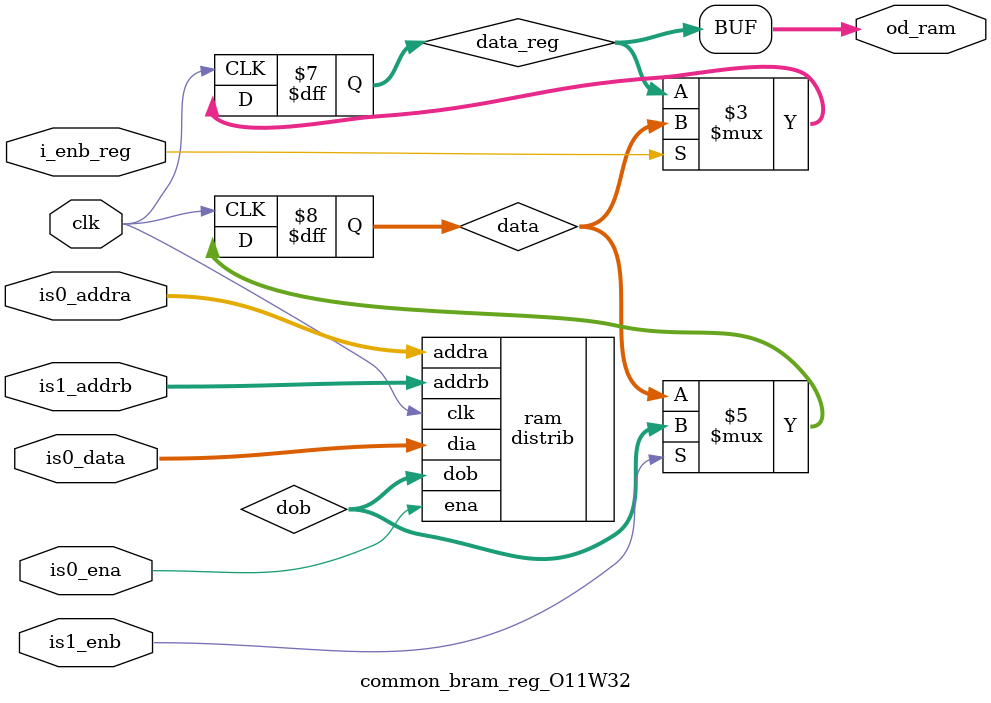
<source format=sv>
`timescale 100ps/100ps

(* keep_hierarchy = "yes" *) module common_bram_reg_O11W32 (
    input  bit clk,
    input  bit is0_ena,
    input  bit [10:0] is0_addra,
    input  bit [31:0] is0_data,
    input  bit is1_enb,
    input  bit [10:0] is1_addrb,
    input  bit i_enb_reg,
    output bit [31:0] od_ram
);


///////////////////////////////////////////////////////////
///////////////////////////////////////////////////////////
bit [31:0] data;
bit [31:0] data_reg;
bit [31:0] dob;

distrib #(
    .ORDER               (11),
    .WIDTH               (32))
ram (
    .clk                 (clk),
    .ena                 (is0_ena),
    .addra               (is0_addra),
    .dia                 (is0_data),
    .addrb               (is1_addrb),
    .dob                 (dob));


///////////////////////////////////////////////////////////
///////////////////////////////////////////////////////////
always_ff @(posedge clk)
begin
    if (is1_enb) begin
        data <= dob;
    end
end
always_ff @(posedge clk)
begin
    if (i_enb_reg) begin
        data_reg <= data;
    end
end
assign od_ram = data_reg;

endmodule
</source>
